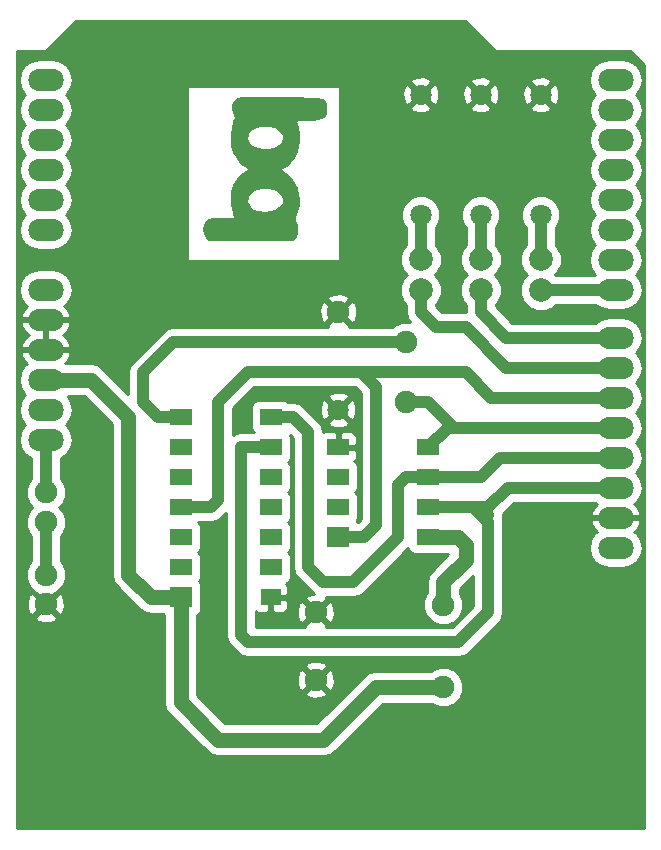
<source format=gtl>
G04 (created by PCBNEW (2013-jul-07)-stable) date Wed 18 Feb 2015 14:42:32 CET*
%MOIN*%
G04 Gerber Fmt 3.4, Leading zero omitted, Abs format*
%FSLAX34Y34*%
G01*
G70*
G90*
G04 APERTURE LIST*
%ADD10C,0.00590551*%
%ADD11C,0.0001*%
%ADD12O,0.11811X0.0748031*%
%ADD13C,0.0748031*%
%ADD14R,0.0748031X0.0708661*%
%ADD15R,0.0748031X0.0551181*%
%ADD16R,0.0669291X0.0551181*%
%ADD17C,0.0708661*%
%ADD18C,0.0787402*%
%ADD19C,0.04*%
%ADD20C,0.05*%
%ADD21C,0.01*%
G04 APERTURE END LIST*
G54D10*
G54D11*
G36*
X63036Y-24567D02*
X63268Y-24569D01*
X63555Y-24573D01*
X63849Y-24577D01*
X64206Y-24582D01*
X64502Y-24587D01*
X64743Y-24593D01*
X64934Y-24602D01*
X65082Y-24614D01*
X65192Y-24631D01*
X65269Y-24654D01*
X65320Y-24685D01*
X65351Y-24726D01*
X65366Y-24776D01*
X65372Y-24839D01*
X65374Y-24915D01*
X65375Y-24937D01*
X65374Y-25058D01*
X65363Y-25158D01*
X65348Y-25209D01*
X65291Y-25275D01*
X65206Y-25321D01*
X65081Y-25350D01*
X64908Y-25364D01*
X64752Y-25367D01*
X64604Y-25369D01*
X64485Y-25375D01*
X64407Y-25383D01*
X64384Y-25392D01*
X64393Y-25436D01*
X64416Y-25521D01*
X64429Y-25566D01*
X63307Y-25566D01*
X63132Y-25582D01*
X62974Y-25629D01*
X62847Y-25708D01*
X62816Y-25741D01*
X62759Y-25856D01*
X62756Y-25984D01*
X62803Y-26107D01*
X62893Y-26209D01*
X62973Y-26255D01*
X63092Y-26285D01*
X63248Y-26299D01*
X63415Y-26296D01*
X63567Y-26277D01*
X63671Y-26246D01*
X63784Y-26172D01*
X63871Y-26079D01*
X63914Y-25985D01*
X63917Y-25961D01*
X63902Y-25887D01*
X63866Y-25798D01*
X63865Y-25796D01*
X63778Y-25696D01*
X63646Y-25623D01*
X63484Y-25580D01*
X63307Y-25566D01*
X64429Y-25566D01*
X64434Y-25580D01*
X64475Y-25792D01*
X64482Y-26028D01*
X64457Y-26258D01*
X64413Y-26420D01*
X64317Y-26610D01*
X64186Y-26778D01*
X64036Y-26903D01*
X63989Y-26931D01*
X63873Y-26990D01*
X64022Y-27092D01*
X64186Y-27238D01*
X64319Y-27432D01*
X64403Y-27617D01*
X64410Y-27647D01*
X63222Y-27647D01*
X63053Y-27681D01*
X62915Y-27747D01*
X62815Y-27837D01*
X62759Y-27946D01*
X62753Y-28066D01*
X62806Y-28191D01*
X62836Y-28230D01*
X62957Y-28326D01*
X63115Y-28384D01*
X63294Y-28404D01*
X63477Y-28388D01*
X63646Y-28335D01*
X63784Y-28245D01*
X63814Y-28215D01*
X63894Y-28097D01*
X63911Y-27989D01*
X63867Y-27881D01*
X63847Y-27854D01*
X63745Y-27756D01*
X63612Y-27691D01*
X63431Y-27653D01*
X63415Y-27651D01*
X63222Y-27647D01*
X64410Y-27647D01*
X64449Y-27796D01*
X64467Y-28005D01*
X64459Y-28220D01*
X64424Y-28414D01*
X64390Y-28512D01*
X64349Y-28610D01*
X64337Y-28671D01*
X64350Y-28718D01*
X64367Y-28744D01*
X64406Y-28844D01*
X64419Y-28977D01*
X64408Y-29117D01*
X64373Y-29236D01*
X64348Y-29279D01*
X64279Y-29367D01*
X62851Y-29367D01*
X61423Y-29367D01*
X61336Y-29264D01*
X61269Y-29139D01*
X61245Y-28989D01*
X61263Y-28841D01*
X61325Y-28716D01*
X61331Y-28710D01*
X61366Y-28672D01*
X61402Y-28646D01*
X61452Y-28629D01*
X61528Y-28618D01*
X61644Y-28612D01*
X61812Y-28607D01*
X61845Y-28606D01*
X62279Y-28595D01*
X62226Y-28456D01*
X62193Y-28324D01*
X62174Y-28138D01*
X62170Y-28000D01*
X62171Y-27840D01*
X62180Y-27725D01*
X62200Y-27632D01*
X62236Y-27540D01*
X62254Y-27500D01*
X62373Y-27304D01*
X62520Y-27143D01*
X62664Y-27043D01*
X62730Y-27006D01*
X62741Y-26982D01*
X62704Y-26956D01*
X62700Y-26954D01*
X62578Y-26864D01*
X62451Y-26736D01*
X62336Y-26590D01*
X62251Y-26448D01*
X62230Y-26397D01*
X62188Y-26219D01*
X62168Y-26011D01*
X62169Y-25797D01*
X62192Y-25598D01*
X62237Y-25437D01*
X62243Y-25422D01*
X62284Y-25324D01*
X62297Y-25263D01*
X62283Y-25216D01*
X62266Y-25189D01*
X62235Y-25105D01*
X62219Y-24985D01*
X62221Y-24859D01*
X62241Y-24755D01*
X62251Y-24732D01*
X62304Y-24673D01*
X62385Y-24616D01*
X62393Y-24612D01*
X62425Y-24598D01*
X62466Y-24587D01*
X62523Y-24578D01*
X62602Y-24572D01*
X62709Y-24568D01*
X62852Y-24567D01*
X63036Y-24567D01*
X63036Y-24567D01*
X63036Y-24567D01*
G37*
G54D12*
X56000Y-24000D03*
X56000Y-25000D03*
X56000Y-26000D03*
X56000Y-29000D03*
X56000Y-28000D03*
X56000Y-27000D03*
X56000Y-31000D03*
X56000Y-32000D03*
X56000Y-33000D03*
X56000Y-35000D03*
X56000Y-36000D03*
X75000Y-24000D03*
X75000Y-25000D03*
X75000Y-26000D03*
X75000Y-27000D03*
X75000Y-28000D03*
X75000Y-29000D03*
X75000Y-30000D03*
X75000Y-31000D03*
X75000Y-32600D03*
X75000Y-33600D03*
X75000Y-34600D03*
X75000Y-35600D03*
X75000Y-36600D03*
X75000Y-37600D03*
X75000Y-38600D03*
X75000Y-39600D03*
X56000Y-34000D03*
G54D13*
X68000Y-34750D03*
X69250Y-41500D03*
X69250Y-44250D03*
X65000Y-44000D03*
G54D14*
X60500Y-41250D03*
G54D15*
X60500Y-40250D03*
X60500Y-39250D03*
X60500Y-38250D03*
X60500Y-37250D03*
X60500Y-36250D03*
X60500Y-35250D03*
X63500Y-35250D03*
X63500Y-36250D03*
X63500Y-37250D03*
X63500Y-38250D03*
X63500Y-39250D03*
X63500Y-40250D03*
G54D16*
X63500Y-41250D03*
G54D17*
X65750Y-35000D03*
G54D13*
X65750Y-31750D03*
X56000Y-40500D03*
X56000Y-41484D03*
X56000Y-38750D03*
X56000Y-37750D03*
G54D14*
X65750Y-39250D03*
G54D15*
X65750Y-38250D03*
X65750Y-37250D03*
X65750Y-36250D03*
X68750Y-36250D03*
X68750Y-37250D03*
X68750Y-38250D03*
X68750Y-39250D03*
G54D18*
X72500Y-31011D03*
X72500Y-29988D03*
X70500Y-31011D03*
X70500Y-29988D03*
X68500Y-31011D03*
X68500Y-29988D03*
G54D17*
X72500Y-24500D03*
X72500Y-28500D03*
X70500Y-24500D03*
X70500Y-28500D03*
X68500Y-24500D03*
X68500Y-28500D03*
G54D13*
X65000Y-41750D03*
X68000Y-32750D03*
G54D19*
X75000Y-32600D02*
X71350Y-32600D01*
X70500Y-31750D02*
X70500Y-31011D01*
X71350Y-32600D02*
X70500Y-31750D01*
X68750Y-38250D02*
X70250Y-38250D01*
X70250Y-38250D02*
X70500Y-38500D01*
X70500Y-38500D02*
X70750Y-38500D01*
X70750Y-38500D02*
X70500Y-38500D01*
X63500Y-36250D02*
X62500Y-36250D01*
X62500Y-36250D02*
X62500Y-42500D01*
X62500Y-42500D02*
X62750Y-42750D01*
X62750Y-42750D02*
X69750Y-42750D01*
X69750Y-42750D02*
X70750Y-41750D01*
X70750Y-41750D02*
X70750Y-38750D01*
X70750Y-38750D02*
X70500Y-38500D01*
X70500Y-38500D02*
X70500Y-38500D01*
X75000Y-37600D02*
X71400Y-37600D01*
X70750Y-38250D02*
X68750Y-38250D01*
X71400Y-37600D02*
X70750Y-38250D01*
X68000Y-32750D02*
X60250Y-32750D01*
X59750Y-35250D02*
X60500Y-35250D01*
X59250Y-34750D02*
X59750Y-35250D01*
X59250Y-33750D02*
X59250Y-34750D01*
X60250Y-32750D02*
X59250Y-33750D01*
X68000Y-34750D02*
X68750Y-34750D01*
X68750Y-34750D02*
X69600Y-35600D01*
X75000Y-35600D02*
X69600Y-35600D01*
X69600Y-35600D02*
X69400Y-35600D01*
X69400Y-35600D02*
X68750Y-36250D01*
X65750Y-39250D02*
X66599Y-39250D01*
X67000Y-34250D02*
X66500Y-33750D01*
X67000Y-38849D02*
X67000Y-34250D01*
X66599Y-39250D02*
X67000Y-38849D01*
X75000Y-34600D02*
X70850Y-34600D01*
X70000Y-33750D02*
X67250Y-33750D01*
X70850Y-34600D02*
X70000Y-33750D01*
X60500Y-38250D02*
X61500Y-38250D01*
X62750Y-33750D02*
X66500Y-33750D01*
X66500Y-33750D02*
X67250Y-33750D01*
X61750Y-34750D02*
X62750Y-33750D01*
X61750Y-38000D02*
X61750Y-34750D01*
X61500Y-38250D02*
X61750Y-38000D01*
X75000Y-31000D02*
X72511Y-31000D01*
X72511Y-31000D02*
X72500Y-31011D01*
X63500Y-35250D02*
X64250Y-35250D01*
X68000Y-37250D02*
X68750Y-37250D01*
X67750Y-37500D02*
X68000Y-37250D01*
X67750Y-39250D02*
X67750Y-37500D01*
X66250Y-40750D02*
X67750Y-39250D01*
X65250Y-40750D02*
X66250Y-40750D01*
X64750Y-40250D02*
X65250Y-40750D01*
X64750Y-35750D02*
X64750Y-40250D01*
X64250Y-35250D02*
X64750Y-35750D01*
X75000Y-36600D02*
X71150Y-36600D01*
X70500Y-37250D02*
X68750Y-37250D01*
X71150Y-36600D02*
X70500Y-37250D01*
X72500Y-29988D02*
X72500Y-28500D01*
X70500Y-29988D02*
X70500Y-28500D01*
X68500Y-29988D02*
X68500Y-28500D01*
X56000Y-38750D02*
X56000Y-40500D01*
X56000Y-36000D02*
X56000Y-37750D01*
X68500Y-31011D02*
X68500Y-31750D01*
X71350Y-33600D02*
X75000Y-33600D01*
X70000Y-32250D02*
X71350Y-33600D01*
X69000Y-32250D02*
X70000Y-32250D01*
X68500Y-31750D02*
X69000Y-32250D01*
G54D20*
X69250Y-44250D02*
X67000Y-44250D01*
X60500Y-44750D02*
X60500Y-41250D01*
X61750Y-46000D02*
X60500Y-44750D01*
X65250Y-46000D02*
X61750Y-46000D01*
X67000Y-44250D02*
X65250Y-46000D01*
X68750Y-39250D02*
X69250Y-39250D01*
X69250Y-40750D02*
X69250Y-41500D01*
X70000Y-40000D02*
X69250Y-40750D01*
X70000Y-39500D02*
X70000Y-40000D01*
X69750Y-39250D02*
X70000Y-39500D01*
X69250Y-39250D02*
X69750Y-39250D01*
X56000Y-34000D02*
X57500Y-34000D01*
X59500Y-41250D02*
X60500Y-41250D01*
X58750Y-40500D02*
X59500Y-41250D01*
X58750Y-35250D02*
X58750Y-40500D01*
X57500Y-34000D02*
X58750Y-35250D01*
G54D10*
G36*
X66500Y-38642D02*
X66392Y-38750D01*
X66388Y-38750D01*
X66378Y-38725D01*
X66363Y-38710D01*
X66378Y-38695D01*
X66423Y-38585D01*
X66424Y-38466D01*
X66424Y-37914D01*
X66378Y-37804D01*
X66323Y-37749D01*
X66378Y-37695D01*
X66423Y-37585D01*
X66424Y-37466D01*
X66424Y-36914D01*
X66378Y-36804D01*
X66294Y-36720D01*
X66286Y-36716D01*
X66336Y-36667D01*
X66374Y-36575D01*
X66374Y-35924D01*
X66358Y-35888D01*
X66358Y-35094D01*
X66348Y-34854D01*
X66276Y-34679D01*
X66175Y-34645D01*
X66104Y-34716D01*
X66104Y-34574D01*
X66070Y-34473D01*
X65844Y-34391D01*
X65800Y-34393D01*
X65604Y-34401D01*
X65429Y-34473D01*
X65395Y-34574D01*
X65750Y-34929D01*
X65800Y-34879D01*
X66104Y-34574D01*
X66104Y-34716D01*
X65820Y-35000D01*
X66175Y-35354D01*
X66276Y-35320D01*
X66358Y-35094D01*
X66358Y-35888D01*
X66336Y-35832D01*
X66265Y-35762D01*
X66173Y-35724D01*
X66104Y-35724D01*
X66104Y-35425D01*
X65800Y-35120D01*
X65750Y-35070D01*
X65679Y-35141D01*
X65679Y-35000D01*
X65324Y-34645D01*
X65223Y-34679D01*
X65141Y-34905D01*
X65151Y-35145D01*
X65223Y-35320D01*
X65324Y-35354D01*
X65679Y-35000D01*
X65679Y-35141D01*
X65395Y-35425D01*
X65429Y-35526D01*
X65655Y-35608D01*
X65800Y-35602D01*
X65895Y-35598D01*
X66070Y-35526D01*
X66104Y-35425D01*
X66104Y-35724D01*
X66074Y-35724D01*
X65862Y-35724D01*
X65800Y-35786D01*
X65800Y-36200D01*
X66311Y-36200D01*
X66374Y-36137D01*
X66374Y-35924D01*
X66374Y-36575D01*
X66374Y-36362D01*
X66311Y-36300D01*
X65800Y-36300D01*
X65800Y-36307D01*
X65700Y-36307D01*
X65700Y-36300D01*
X65692Y-36300D01*
X65692Y-36200D01*
X65700Y-36200D01*
X65700Y-35786D01*
X65637Y-35724D01*
X65425Y-35724D01*
X65326Y-35724D01*
X65250Y-35756D01*
X65250Y-35750D01*
X65211Y-35558D01*
X65103Y-35396D01*
X65103Y-35396D01*
X64603Y-34896D01*
X64441Y-34788D01*
X64250Y-34749D01*
X64249Y-34750D01*
X64073Y-34750D01*
X64044Y-34720D01*
X63933Y-34674D01*
X63814Y-34674D01*
X63066Y-34674D01*
X62956Y-34719D01*
X62871Y-34804D01*
X62826Y-34914D01*
X62825Y-35033D01*
X62825Y-35585D01*
X62871Y-35695D01*
X62926Y-35750D01*
X62500Y-35750D01*
X62308Y-35788D01*
X62250Y-35827D01*
X62250Y-34957D01*
X62957Y-34250D01*
X65800Y-34250D01*
X66292Y-34250D01*
X66500Y-34457D01*
X66500Y-38642D01*
X66500Y-38642D01*
G37*
G54D21*
X66500Y-38642D02*
X66392Y-38750D01*
X66388Y-38750D01*
X66378Y-38725D01*
X66363Y-38710D01*
X66378Y-38695D01*
X66423Y-38585D01*
X66424Y-38466D01*
X66424Y-37914D01*
X66378Y-37804D01*
X66323Y-37749D01*
X66378Y-37695D01*
X66423Y-37585D01*
X66424Y-37466D01*
X66424Y-36914D01*
X66378Y-36804D01*
X66294Y-36720D01*
X66286Y-36716D01*
X66336Y-36667D01*
X66374Y-36575D01*
X66374Y-35924D01*
X66358Y-35888D01*
X66358Y-35094D01*
X66348Y-34854D01*
X66276Y-34679D01*
X66175Y-34645D01*
X66104Y-34716D01*
X66104Y-34574D01*
X66070Y-34473D01*
X65844Y-34391D01*
X65800Y-34393D01*
X65604Y-34401D01*
X65429Y-34473D01*
X65395Y-34574D01*
X65750Y-34929D01*
X65800Y-34879D01*
X66104Y-34574D01*
X66104Y-34716D01*
X65820Y-35000D01*
X66175Y-35354D01*
X66276Y-35320D01*
X66358Y-35094D01*
X66358Y-35888D01*
X66336Y-35832D01*
X66265Y-35762D01*
X66173Y-35724D01*
X66104Y-35724D01*
X66104Y-35425D01*
X65800Y-35120D01*
X65750Y-35070D01*
X65679Y-35141D01*
X65679Y-35000D01*
X65324Y-34645D01*
X65223Y-34679D01*
X65141Y-34905D01*
X65151Y-35145D01*
X65223Y-35320D01*
X65324Y-35354D01*
X65679Y-35000D01*
X65679Y-35141D01*
X65395Y-35425D01*
X65429Y-35526D01*
X65655Y-35608D01*
X65800Y-35602D01*
X65895Y-35598D01*
X66070Y-35526D01*
X66104Y-35425D01*
X66104Y-35724D01*
X66074Y-35724D01*
X65862Y-35724D01*
X65800Y-35786D01*
X65800Y-36200D01*
X66311Y-36200D01*
X66374Y-36137D01*
X66374Y-35924D01*
X66374Y-36575D01*
X66374Y-36362D01*
X66311Y-36300D01*
X65800Y-36300D01*
X65800Y-36307D01*
X65700Y-36307D01*
X65700Y-36300D01*
X65692Y-36300D01*
X65692Y-36200D01*
X65700Y-36200D01*
X65700Y-35786D01*
X65637Y-35724D01*
X65425Y-35724D01*
X65326Y-35724D01*
X65250Y-35756D01*
X65250Y-35750D01*
X65211Y-35558D01*
X65103Y-35396D01*
X65103Y-35396D01*
X64603Y-34896D01*
X64441Y-34788D01*
X64250Y-34749D01*
X64249Y-34750D01*
X64073Y-34750D01*
X64044Y-34720D01*
X63933Y-34674D01*
X63814Y-34674D01*
X63066Y-34674D01*
X62956Y-34719D01*
X62871Y-34804D01*
X62826Y-34914D01*
X62825Y-35033D01*
X62825Y-35585D01*
X62871Y-35695D01*
X62926Y-35750D01*
X62500Y-35750D01*
X62308Y-35788D01*
X62250Y-35827D01*
X62250Y-34957D01*
X62957Y-34250D01*
X65800Y-34250D01*
X66292Y-34250D01*
X66500Y-34457D01*
X66500Y-38642D01*
G54D10*
G36*
X70250Y-41542D02*
X69542Y-42250D01*
X65800Y-42250D01*
X65628Y-42250D01*
X65628Y-41849D01*
X65618Y-41601D01*
X65542Y-41417D01*
X65439Y-41381D01*
X65070Y-41750D01*
X65439Y-42118D01*
X65542Y-42082D01*
X65628Y-41849D01*
X65628Y-42250D01*
X65347Y-42250D01*
X65368Y-42189D01*
X65000Y-41820D01*
X64929Y-41891D01*
X64929Y-41750D01*
X64560Y-41381D01*
X64457Y-41417D01*
X64371Y-41650D01*
X64381Y-41898D01*
X64457Y-42082D01*
X64560Y-42118D01*
X64929Y-41750D01*
X64929Y-41891D01*
X64631Y-42189D01*
X64652Y-42250D01*
X64084Y-42250D01*
X64084Y-41575D01*
X64084Y-41362D01*
X64022Y-41300D01*
X63550Y-41300D01*
X63550Y-41713D01*
X63612Y-41775D01*
X63785Y-41775D01*
X63884Y-41775D01*
X63976Y-41737D01*
X64046Y-41667D01*
X64084Y-41575D01*
X64084Y-42250D01*
X63000Y-42250D01*
X63000Y-41713D01*
X63023Y-41737D01*
X63115Y-41775D01*
X63214Y-41775D01*
X63387Y-41775D01*
X63450Y-41713D01*
X63450Y-41300D01*
X63442Y-41300D01*
X63442Y-41200D01*
X63450Y-41200D01*
X63450Y-41192D01*
X63550Y-41192D01*
X63550Y-41200D01*
X64022Y-41200D01*
X64084Y-41137D01*
X64084Y-40924D01*
X64046Y-40832D01*
X64008Y-40794D01*
X64043Y-40780D01*
X64128Y-40695D01*
X64173Y-40585D01*
X64174Y-40466D01*
X64174Y-39914D01*
X64128Y-39804D01*
X64073Y-39749D01*
X64128Y-39695D01*
X64173Y-39585D01*
X64174Y-39466D01*
X64174Y-38914D01*
X64128Y-38804D01*
X64073Y-38749D01*
X64128Y-38695D01*
X64173Y-38585D01*
X64174Y-38466D01*
X64174Y-37914D01*
X64128Y-37804D01*
X64073Y-37749D01*
X64128Y-37695D01*
X64173Y-37585D01*
X64174Y-37466D01*
X64174Y-36914D01*
X64128Y-36804D01*
X64073Y-36749D01*
X64128Y-36695D01*
X64173Y-36585D01*
X64174Y-36466D01*
X64174Y-35914D01*
X64150Y-35857D01*
X64250Y-35957D01*
X64250Y-40249D01*
X64249Y-40250D01*
X64288Y-40441D01*
X64396Y-40603D01*
X64896Y-41103D01*
X64896Y-41103D01*
X64933Y-41128D01*
X64851Y-41131D01*
X64667Y-41207D01*
X64631Y-41310D01*
X65000Y-41679D01*
X65368Y-41310D01*
X65347Y-41250D01*
X65800Y-41250D01*
X66249Y-41250D01*
X66250Y-41250D01*
X66250Y-41250D01*
X66441Y-41211D01*
X66603Y-41103D01*
X68089Y-39617D01*
X68121Y-39695D01*
X68205Y-39779D01*
X68316Y-39825D01*
X68435Y-39825D01*
X69183Y-39825D01*
X69245Y-39800D01*
X69250Y-39800D01*
X69422Y-39800D01*
X68861Y-40361D01*
X68741Y-40539D01*
X68700Y-40750D01*
X68700Y-41096D01*
X68678Y-41117D01*
X68576Y-41365D01*
X68575Y-41633D01*
X68678Y-41881D01*
X68867Y-42071D01*
X69115Y-42173D01*
X69383Y-42174D01*
X69631Y-42071D01*
X69821Y-41882D01*
X69923Y-41634D01*
X69924Y-41366D01*
X69821Y-41118D01*
X69800Y-41096D01*
X69800Y-40977D01*
X70250Y-40527D01*
X70250Y-41542D01*
X70250Y-41542D01*
G37*
G54D21*
X70250Y-41542D02*
X69542Y-42250D01*
X65800Y-42250D01*
X65628Y-42250D01*
X65628Y-41849D01*
X65618Y-41601D01*
X65542Y-41417D01*
X65439Y-41381D01*
X65070Y-41750D01*
X65439Y-42118D01*
X65542Y-42082D01*
X65628Y-41849D01*
X65628Y-42250D01*
X65347Y-42250D01*
X65368Y-42189D01*
X65000Y-41820D01*
X64929Y-41891D01*
X64929Y-41750D01*
X64560Y-41381D01*
X64457Y-41417D01*
X64371Y-41650D01*
X64381Y-41898D01*
X64457Y-42082D01*
X64560Y-42118D01*
X64929Y-41750D01*
X64929Y-41891D01*
X64631Y-42189D01*
X64652Y-42250D01*
X64084Y-42250D01*
X64084Y-41575D01*
X64084Y-41362D01*
X64022Y-41300D01*
X63550Y-41300D01*
X63550Y-41713D01*
X63612Y-41775D01*
X63785Y-41775D01*
X63884Y-41775D01*
X63976Y-41737D01*
X64046Y-41667D01*
X64084Y-41575D01*
X64084Y-42250D01*
X63000Y-42250D01*
X63000Y-41713D01*
X63023Y-41737D01*
X63115Y-41775D01*
X63214Y-41775D01*
X63387Y-41775D01*
X63450Y-41713D01*
X63450Y-41300D01*
X63442Y-41300D01*
X63442Y-41200D01*
X63450Y-41200D01*
X63450Y-41192D01*
X63550Y-41192D01*
X63550Y-41200D01*
X64022Y-41200D01*
X64084Y-41137D01*
X64084Y-40924D01*
X64046Y-40832D01*
X64008Y-40794D01*
X64043Y-40780D01*
X64128Y-40695D01*
X64173Y-40585D01*
X64174Y-40466D01*
X64174Y-39914D01*
X64128Y-39804D01*
X64073Y-39749D01*
X64128Y-39695D01*
X64173Y-39585D01*
X64174Y-39466D01*
X64174Y-38914D01*
X64128Y-38804D01*
X64073Y-38749D01*
X64128Y-38695D01*
X64173Y-38585D01*
X64174Y-38466D01*
X64174Y-37914D01*
X64128Y-37804D01*
X64073Y-37749D01*
X64128Y-37695D01*
X64173Y-37585D01*
X64174Y-37466D01*
X64174Y-36914D01*
X64128Y-36804D01*
X64073Y-36749D01*
X64128Y-36695D01*
X64173Y-36585D01*
X64174Y-36466D01*
X64174Y-35914D01*
X64150Y-35857D01*
X64250Y-35957D01*
X64250Y-40249D01*
X64249Y-40250D01*
X64288Y-40441D01*
X64396Y-40603D01*
X64896Y-41103D01*
X64896Y-41103D01*
X64933Y-41128D01*
X64851Y-41131D01*
X64667Y-41207D01*
X64631Y-41310D01*
X65000Y-41679D01*
X65368Y-41310D01*
X65347Y-41250D01*
X65800Y-41250D01*
X66249Y-41250D01*
X66250Y-41250D01*
X66250Y-41250D01*
X66441Y-41211D01*
X66603Y-41103D01*
X68089Y-39617D01*
X68121Y-39695D01*
X68205Y-39779D01*
X68316Y-39825D01*
X68435Y-39825D01*
X69183Y-39825D01*
X69245Y-39800D01*
X69250Y-39800D01*
X69422Y-39800D01*
X68861Y-40361D01*
X68741Y-40539D01*
X68700Y-40750D01*
X68700Y-41096D01*
X68678Y-41117D01*
X68576Y-41365D01*
X68575Y-41633D01*
X68678Y-41881D01*
X68867Y-42071D01*
X69115Y-42173D01*
X69383Y-42174D01*
X69631Y-42071D01*
X69821Y-41882D01*
X69923Y-41634D01*
X69924Y-41366D01*
X69821Y-41118D01*
X69800Y-41096D01*
X69800Y-40977D01*
X70250Y-40527D01*
X70250Y-41542D01*
G54D10*
G36*
X75950Y-48950D02*
X75907Y-48950D01*
X75907Y-39600D01*
X75907Y-37600D01*
X75856Y-37342D01*
X75710Y-37123D01*
X75675Y-37100D01*
X75710Y-37076D01*
X75856Y-36857D01*
X75907Y-36600D01*
X75856Y-36342D01*
X75710Y-36123D01*
X75675Y-36100D01*
X75710Y-36076D01*
X75856Y-35857D01*
X75907Y-35600D01*
X75856Y-35342D01*
X75710Y-35123D01*
X75675Y-35100D01*
X75710Y-35076D01*
X75856Y-34857D01*
X75907Y-34600D01*
X75856Y-34342D01*
X75710Y-34123D01*
X75675Y-34100D01*
X75710Y-34076D01*
X75856Y-33857D01*
X75907Y-33600D01*
X75856Y-33342D01*
X75710Y-33123D01*
X75675Y-33100D01*
X75710Y-33076D01*
X75856Y-32857D01*
X75907Y-32600D01*
X75907Y-31000D01*
X75856Y-30742D01*
X75710Y-30523D01*
X75675Y-30500D01*
X75710Y-30476D01*
X75856Y-30257D01*
X75907Y-30000D01*
X75856Y-29742D01*
X75710Y-29523D01*
X75675Y-29500D01*
X75710Y-29476D01*
X75856Y-29257D01*
X75907Y-29000D01*
X75856Y-28742D01*
X75710Y-28523D01*
X75675Y-28500D01*
X75710Y-28476D01*
X75856Y-28257D01*
X75907Y-28000D01*
X75856Y-27742D01*
X75710Y-27523D01*
X75675Y-27500D01*
X75710Y-27476D01*
X75856Y-27257D01*
X75907Y-27000D01*
X75856Y-26742D01*
X75710Y-26523D01*
X75675Y-26500D01*
X75710Y-26476D01*
X75856Y-26257D01*
X75907Y-26000D01*
X75856Y-25742D01*
X75710Y-25523D01*
X75675Y-25500D01*
X75710Y-25476D01*
X75856Y-25257D01*
X75907Y-25000D01*
X75856Y-24742D01*
X75710Y-24523D01*
X75675Y-24500D01*
X75710Y-24476D01*
X75856Y-24257D01*
X75907Y-24000D01*
X75856Y-23742D01*
X75710Y-23523D01*
X75491Y-23377D01*
X75233Y-23325D01*
X74766Y-23325D01*
X74508Y-23377D01*
X74289Y-23523D01*
X74143Y-23742D01*
X74092Y-24000D01*
X74143Y-24257D01*
X74289Y-24476D01*
X74324Y-24500D01*
X74289Y-24523D01*
X74143Y-24742D01*
X74092Y-25000D01*
X74143Y-25257D01*
X74289Y-25476D01*
X74324Y-25500D01*
X74289Y-25523D01*
X74143Y-25742D01*
X74092Y-26000D01*
X74143Y-26257D01*
X74289Y-26476D01*
X74324Y-26500D01*
X74289Y-26523D01*
X74143Y-26742D01*
X74092Y-27000D01*
X74143Y-27257D01*
X74289Y-27476D01*
X74324Y-27500D01*
X74289Y-27523D01*
X74143Y-27742D01*
X74092Y-28000D01*
X74143Y-28257D01*
X74289Y-28476D01*
X74324Y-28500D01*
X74289Y-28523D01*
X74143Y-28742D01*
X74092Y-29000D01*
X74143Y-29257D01*
X74289Y-29476D01*
X74324Y-29500D01*
X74289Y-29523D01*
X74143Y-29742D01*
X74092Y-30000D01*
X74143Y-30257D01*
X74289Y-30476D01*
X74324Y-30500D01*
X72969Y-30500D01*
X72969Y-30499D01*
X73087Y-30381D01*
X73193Y-30126D01*
X73193Y-29850D01*
X73088Y-29595D01*
X73000Y-29507D01*
X73000Y-28925D01*
X73054Y-28871D01*
X73154Y-28630D01*
X73154Y-28370D01*
X73108Y-28260D01*
X73108Y-24594D01*
X73098Y-24354D01*
X73026Y-24179D01*
X72925Y-24145D01*
X72854Y-24216D01*
X72854Y-24074D01*
X72820Y-23973D01*
X72594Y-23891D01*
X72354Y-23901D01*
X72179Y-23973D01*
X72145Y-24074D01*
X72500Y-24429D01*
X72854Y-24074D01*
X72854Y-24216D01*
X72570Y-24500D01*
X72925Y-24854D01*
X73026Y-24820D01*
X73108Y-24594D01*
X73108Y-28260D01*
X73055Y-28129D01*
X72871Y-27945D01*
X72854Y-27938D01*
X72854Y-24925D01*
X72500Y-24570D01*
X72429Y-24641D01*
X72429Y-24500D01*
X72074Y-24145D01*
X71973Y-24179D01*
X71891Y-24405D01*
X71901Y-24645D01*
X71973Y-24820D01*
X72074Y-24854D01*
X72429Y-24500D01*
X72429Y-24641D01*
X72145Y-24925D01*
X72179Y-25026D01*
X72405Y-25108D01*
X72645Y-25098D01*
X72820Y-25026D01*
X72854Y-24925D01*
X72854Y-27938D01*
X72630Y-27845D01*
X72370Y-27845D01*
X72129Y-27944D01*
X71945Y-28128D01*
X71845Y-28369D01*
X71845Y-28629D01*
X71944Y-28870D01*
X72000Y-28925D01*
X72000Y-29507D01*
X71912Y-29594D01*
X71806Y-29849D01*
X71806Y-30125D01*
X71911Y-30380D01*
X72030Y-30500D01*
X71912Y-30618D01*
X71806Y-30873D01*
X71806Y-31149D01*
X71911Y-31404D01*
X72106Y-31599D01*
X72361Y-31705D01*
X72637Y-31705D01*
X72892Y-31600D01*
X72992Y-31500D01*
X74324Y-31500D01*
X74508Y-31622D01*
X74766Y-31674D01*
X75233Y-31674D01*
X75491Y-31622D01*
X75710Y-31476D01*
X75856Y-31257D01*
X75907Y-31000D01*
X75907Y-32600D01*
X75856Y-32342D01*
X75710Y-32123D01*
X75491Y-31977D01*
X75233Y-31925D01*
X74766Y-31925D01*
X74508Y-31977D01*
X74324Y-32100D01*
X71557Y-32100D01*
X71000Y-31542D01*
X71000Y-31492D01*
X71087Y-31405D01*
X71193Y-31150D01*
X71193Y-30874D01*
X71088Y-30619D01*
X70969Y-30499D01*
X71087Y-30381D01*
X71193Y-30126D01*
X71193Y-29850D01*
X71088Y-29595D01*
X71000Y-29507D01*
X71000Y-28925D01*
X71054Y-28871D01*
X71154Y-28630D01*
X71154Y-28370D01*
X71108Y-28260D01*
X71108Y-24594D01*
X71098Y-24354D01*
X71026Y-24179D01*
X70925Y-24145D01*
X70854Y-24216D01*
X70854Y-24074D01*
X70820Y-23973D01*
X70594Y-23891D01*
X70354Y-23901D01*
X70179Y-23973D01*
X70145Y-24074D01*
X70500Y-24429D01*
X70854Y-24074D01*
X70854Y-24216D01*
X70570Y-24500D01*
X70925Y-24854D01*
X71026Y-24820D01*
X71108Y-24594D01*
X71108Y-28260D01*
X71055Y-28129D01*
X70871Y-27945D01*
X70854Y-27938D01*
X70854Y-24925D01*
X70500Y-24570D01*
X70429Y-24641D01*
X70429Y-24500D01*
X70074Y-24145D01*
X69973Y-24179D01*
X69891Y-24405D01*
X69901Y-24645D01*
X69973Y-24820D01*
X70074Y-24854D01*
X70429Y-24500D01*
X70429Y-24641D01*
X70145Y-24925D01*
X70179Y-25026D01*
X70405Y-25108D01*
X70645Y-25098D01*
X70820Y-25026D01*
X70854Y-24925D01*
X70854Y-27938D01*
X70630Y-27845D01*
X70370Y-27845D01*
X70129Y-27944D01*
X69945Y-28128D01*
X69845Y-28369D01*
X69845Y-28629D01*
X69944Y-28870D01*
X70000Y-28925D01*
X70000Y-29507D01*
X69912Y-29594D01*
X69806Y-29849D01*
X69806Y-30125D01*
X69911Y-30380D01*
X70030Y-30500D01*
X69912Y-30618D01*
X69806Y-30873D01*
X69806Y-31149D01*
X69911Y-31404D01*
X70000Y-31492D01*
X70000Y-31749D01*
X69999Y-31749D01*
X69999Y-31750D01*
X69207Y-31750D01*
X69000Y-31542D01*
X69000Y-31492D01*
X69087Y-31405D01*
X69193Y-31150D01*
X69193Y-30874D01*
X69088Y-30619D01*
X68969Y-30499D01*
X69087Y-30381D01*
X69193Y-30126D01*
X69193Y-29850D01*
X69088Y-29595D01*
X69000Y-29507D01*
X69000Y-28925D01*
X69054Y-28871D01*
X69154Y-28630D01*
X69154Y-28370D01*
X69108Y-28260D01*
X69108Y-24594D01*
X69098Y-24354D01*
X69026Y-24179D01*
X68925Y-24145D01*
X68854Y-24216D01*
X68854Y-24074D01*
X68820Y-23973D01*
X68594Y-23891D01*
X68354Y-23901D01*
X68179Y-23973D01*
X68145Y-24074D01*
X68500Y-24429D01*
X68854Y-24074D01*
X68854Y-24216D01*
X68570Y-24500D01*
X68925Y-24854D01*
X69026Y-24820D01*
X69108Y-24594D01*
X69108Y-28260D01*
X69055Y-28129D01*
X68871Y-27945D01*
X68854Y-27938D01*
X68854Y-24925D01*
X68500Y-24570D01*
X68429Y-24641D01*
X68429Y-24500D01*
X68074Y-24145D01*
X67973Y-24179D01*
X67891Y-24405D01*
X67901Y-24645D01*
X67973Y-24820D01*
X68074Y-24854D01*
X68429Y-24500D01*
X68429Y-24641D01*
X68145Y-24925D01*
X68179Y-25026D01*
X68405Y-25108D01*
X68645Y-25098D01*
X68820Y-25026D01*
X68854Y-24925D01*
X68854Y-27938D01*
X68630Y-27845D01*
X68370Y-27845D01*
X68129Y-27944D01*
X67945Y-28128D01*
X67845Y-28369D01*
X67845Y-28629D01*
X67944Y-28870D01*
X68000Y-28925D01*
X68000Y-29507D01*
X67912Y-29594D01*
X67806Y-29849D01*
X67806Y-30125D01*
X67911Y-30380D01*
X68030Y-30500D01*
X67912Y-30618D01*
X67806Y-30873D01*
X67806Y-31149D01*
X67911Y-31404D01*
X68000Y-31492D01*
X68000Y-31749D01*
X67999Y-31750D01*
X68038Y-31941D01*
X68128Y-32076D01*
X67866Y-32075D01*
X67618Y-32178D01*
X67546Y-32250D01*
X66378Y-32250D01*
X66378Y-31849D01*
X66368Y-31601D01*
X66292Y-31417D01*
X66189Y-31381D01*
X66118Y-31451D01*
X66118Y-31310D01*
X66082Y-31207D01*
X65849Y-31121D01*
X65800Y-31123D01*
X65800Y-30050D01*
X65800Y-24200D01*
X60700Y-24200D01*
X60700Y-30050D01*
X65800Y-30050D01*
X65800Y-31123D01*
X65601Y-31131D01*
X65417Y-31207D01*
X65381Y-31310D01*
X65750Y-31679D01*
X65800Y-31629D01*
X66118Y-31310D01*
X66118Y-31451D01*
X65820Y-31750D01*
X66189Y-32118D01*
X66292Y-32082D01*
X66378Y-31849D01*
X66378Y-32250D01*
X66097Y-32250D01*
X66118Y-32189D01*
X65800Y-31870D01*
X65750Y-31820D01*
X65679Y-31891D01*
X65679Y-31750D01*
X65310Y-31381D01*
X65207Y-31417D01*
X65121Y-31650D01*
X65131Y-31898D01*
X65207Y-32082D01*
X65310Y-32118D01*
X65679Y-31750D01*
X65679Y-31891D01*
X65381Y-32189D01*
X65402Y-32250D01*
X60250Y-32250D01*
X60058Y-32288D01*
X59896Y-32396D01*
X59896Y-32396D01*
X58896Y-33396D01*
X58788Y-33558D01*
X58749Y-33750D01*
X58750Y-33750D01*
X58750Y-34472D01*
X57888Y-33611D01*
X57710Y-33491D01*
X57500Y-33450D01*
X56907Y-33450D01*
X56907Y-31000D01*
X56907Y-29000D01*
X56856Y-28742D01*
X56710Y-28523D01*
X56675Y-28500D01*
X56710Y-28476D01*
X56856Y-28257D01*
X56907Y-28000D01*
X56856Y-27742D01*
X56710Y-27523D01*
X56675Y-27500D01*
X56710Y-27476D01*
X56856Y-27257D01*
X56907Y-27000D01*
X56856Y-26742D01*
X56710Y-26523D01*
X56675Y-26500D01*
X56710Y-26476D01*
X56856Y-26257D01*
X56907Y-26000D01*
X56856Y-25742D01*
X56710Y-25523D01*
X56675Y-25500D01*
X56710Y-25476D01*
X56856Y-25257D01*
X56907Y-25000D01*
X56856Y-24742D01*
X56710Y-24523D01*
X56675Y-24500D01*
X56710Y-24476D01*
X56856Y-24257D01*
X56907Y-24000D01*
X56856Y-23742D01*
X56710Y-23523D01*
X56491Y-23377D01*
X56233Y-23325D01*
X55766Y-23325D01*
X55508Y-23377D01*
X55289Y-23523D01*
X55143Y-23742D01*
X55092Y-24000D01*
X55143Y-24257D01*
X55289Y-24476D01*
X55324Y-24500D01*
X55289Y-24523D01*
X55143Y-24742D01*
X55092Y-25000D01*
X55143Y-25257D01*
X55289Y-25476D01*
X55324Y-25500D01*
X55289Y-25523D01*
X55143Y-25742D01*
X55092Y-26000D01*
X55143Y-26257D01*
X55289Y-26476D01*
X55324Y-26500D01*
X55289Y-26523D01*
X55143Y-26742D01*
X55092Y-27000D01*
X55143Y-27257D01*
X55289Y-27476D01*
X55324Y-27500D01*
X55289Y-27523D01*
X55143Y-27742D01*
X55092Y-28000D01*
X55143Y-28257D01*
X55289Y-28476D01*
X55324Y-28500D01*
X55289Y-28523D01*
X55143Y-28742D01*
X55092Y-29000D01*
X55143Y-29257D01*
X55289Y-29476D01*
X55508Y-29622D01*
X55766Y-29674D01*
X56233Y-29674D01*
X56491Y-29622D01*
X56710Y-29476D01*
X56856Y-29257D01*
X56907Y-29000D01*
X56907Y-31000D01*
X56856Y-30742D01*
X56710Y-30523D01*
X56491Y-30377D01*
X56233Y-30325D01*
X55766Y-30325D01*
X55508Y-30377D01*
X55289Y-30523D01*
X55143Y-30742D01*
X55092Y-31000D01*
X55143Y-31257D01*
X55289Y-31476D01*
X55379Y-31536D01*
X55306Y-31594D01*
X55187Y-31807D01*
X55176Y-31853D01*
X55224Y-31950D01*
X55950Y-31950D01*
X55950Y-31942D01*
X56050Y-31942D01*
X56050Y-31950D01*
X56775Y-31950D01*
X56823Y-31853D01*
X56812Y-31807D01*
X56693Y-31594D01*
X56620Y-31536D01*
X56710Y-31476D01*
X56856Y-31257D01*
X56907Y-31000D01*
X56907Y-33450D01*
X56637Y-33450D01*
X56693Y-33405D01*
X56812Y-33192D01*
X56823Y-33146D01*
X56823Y-32853D01*
X56812Y-32807D01*
X56693Y-32594D01*
X56574Y-32500D01*
X56693Y-32405D01*
X56812Y-32192D01*
X56823Y-32146D01*
X56775Y-32050D01*
X56050Y-32050D01*
X56050Y-32375D01*
X56050Y-32624D01*
X56050Y-32950D01*
X56775Y-32950D01*
X56823Y-32853D01*
X56823Y-33146D01*
X56775Y-33050D01*
X56050Y-33050D01*
X56050Y-33057D01*
X55950Y-33057D01*
X55950Y-33050D01*
X55950Y-32950D01*
X55950Y-32624D01*
X55950Y-32375D01*
X55950Y-32050D01*
X55224Y-32050D01*
X55176Y-32146D01*
X55187Y-32192D01*
X55306Y-32405D01*
X55425Y-32500D01*
X55306Y-32594D01*
X55187Y-32807D01*
X55176Y-32853D01*
X55224Y-32950D01*
X55950Y-32950D01*
X55950Y-33050D01*
X55224Y-33050D01*
X55176Y-33146D01*
X55187Y-33192D01*
X55306Y-33405D01*
X55379Y-33463D01*
X55289Y-33523D01*
X55143Y-33742D01*
X55092Y-34000D01*
X55143Y-34257D01*
X55289Y-34476D01*
X55324Y-34500D01*
X55289Y-34523D01*
X55143Y-34742D01*
X55092Y-35000D01*
X55143Y-35257D01*
X55289Y-35476D01*
X55324Y-35500D01*
X55289Y-35523D01*
X55143Y-35742D01*
X55092Y-36000D01*
X55143Y-36257D01*
X55289Y-36476D01*
X55500Y-36617D01*
X55500Y-37296D01*
X55428Y-37367D01*
X55326Y-37615D01*
X55325Y-37883D01*
X55428Y-38131D01*
X55546Y-38250D01*
X55428Y-38367D01*
X55326Y-38615D01*
X55325Y-38883D01*
X55428Y-39131D01*
X55500Y-39203D01*
X55500Y-40046D01*
X55428Y-40117D01*
X55326Y-40365D01*
X55325Y-40633D01*
X55428Y-40881D01*
X55617Y-41071D01*
X55685Y-41099D01*
X56000Y-41413D01*
X56313Y-41099D01*
X56381Y-41071D01*
X56571Y-40882D01*
X56673Y-40634D01*
X56674Y-40366D01*
X56571Y-40118D01*
X56500Y-40046D01*
X56500Y-39203D01*
X56571Y-39132D01*
X56673Y-38884D01*
X56674Y-38616D01*
X56571Y-38368D01*
X56453Y-38249D01*
X56571Y-38132D01*
X56673Y-37884D01*
X56674Y-37616D01*
X56571Y-37368D01*
X56500Y-37296D01*
X56500Y-36617D01*
X56710Y-36476D01*
X56856Y-36257D01*
X56907Y-36000D01*
X56856Y-35742D01*
X56710Y-35523D01*
X56675Y-35500D01*
X56710Y-35476D01*
X56856Y-35257D01*
X56907Y-35000D01*
X56856Y-34742D01*
X56728Y-34550D01*
X57272Y-34550D01*
X58200Y-35477D01*
X58200Y-40500D01*
X58241Y-40710D01*
X58361Y-40888D01*
X59111Y-41638D01*
X59111Y-41638D01*
X59182Y-41686D01*
X59289Y-41758D01*
X59499Y-41799D01*
X59500Y-41800D01*
X59897Y-41800D01*
X59950Y-41852D01*
X59950Y-44750D01*
X59991Y-44960D01*
X60111Y-45138D01*
X61361Y-46388D01*
X61539Y-46508D01*
X61750Y-46550D01*
X65250Y-46550D01*
X65460Y-46508D01*
X65638Y-46388D01*
X65800Y-46227D01*
X67227Y-44800D01*
X68846Y-44800D01*
X68867Y-44821D01*
X69115Y-44923D01*
X69383Y-44924D01*
X69631Y-44821D01*
X69821Y-44632D01*
X69923Y-44384D01*
X69924Y-44116D01*
X69821Y-43868D01*
X69632Y-43678D01*
X69384Y-43576D01*
X69116Y-43575D01*
X68868Y-43678D01*
X68846Y-43700D01*
X67000Y-43700D01*
X66789Y-43741D01*
X66611Y-43861D01*
X65800Y-44672D01*
X65628Y-44843D01*
X65628Y-44099D01*
X65618Y-43851D01*
X65542Y-43667D01*
X65439Y-43631D01*
X65368Y-43701D01*
X65368Y-43560D01*
X65332Y-43457D01*
X65099Y-43371D01*
X64851Y-43381D01*
X64667Y-43457D01*
X64631Y-43560D01*
X65000Y-43929D01*
X65368Y-43560D01*
X65368Y-43701D01*
X65070Y-44000D01*
X65439Y-44368D01*
X65542Y-44332D01*
X65628Y-44099D01*
X65628Y-44843D01*
X65368Y-45103D01*
X65368Y-44439D01*
X65000Y-44070D01*
X64929Y-44141D01*
X64929Y-44000D01*
X64560Y-43631D01*
X64457Y-43667D01*
X64371Y-43900D01*
X64381Y-44148D01*
X64457Y-44332D01*
X64560Y-44368D01*
X64929Y-44000D01*
X64929Y-44141D01*
X64631Y-44439D01*
X64667Y-44542D01*
X64900Y-44628D01*
X65148Y-44618D01*
X65332Y-44542D01*
X65368Y-44439D01*
X65368Y-45103D01*
X65022Y-45450D01*
X61977Y-45450D01*
X61050Y-44522D01*
X61050Y-41852D01*
X61128Y-41774D01*
X61173Y-41664D01*
X61174Y-41544D01*
X61174Y-40836D01*
X61128Y-40725D01*
X61113Y-40710D01*
X61128Y-40695D01*
X61173Y-40585D01*
X61174Y-40466D01*
X61174Y-39914D01*
X61128Y-39804D01*
X61073Y-39749D01*
X61128Y-39695D01*
X61173Y-39585D01*
X61174Y-39466D01*
X61174Y-38914D01*
X61128Y-38804D01*
X61073Y-38750D01*
X61499Y-38750D01*
X61500Y-38750D01*
X61500Y-38750D01*
X61691Y-38711D01*
X61853Y-38603D01*
X62000Y-38457D01*
X62000Y-42499D01*
X61999Y-42500D01*
X62038Y-42691D01*
X62146Y-42853D01*
X62396Y-43103D01*
X62396Y-43103D01*
X62558Y-43211D01*
X62750Y-43250D01*
X65800Y-43250D01*
X69749Y-43250D01*
X69750Y-43250D01*
X69750Y-43250D01*
X69941Y-43211D01*
X70103Y-43103D01*
X71103Y-42103D01*
X71103Y-42103D01*
X71103Y-42103D01*
X71211Y-41941D01*
X71250Y-41750D01*
X71250Y-38750D01*
X71225Y-38625D01*
X71250Y-38500D01*
X71242Y-38464D01*
X71607Y-38100D01*
X74324Y-38100D01*
X74379Y-38136D01*
X74306Y-38194D01*
X74187Y-38407D01*
X74176Y-38453D01*
X74224Y-38550D01*
X74950Y-38550D01*
X74950Y-38542D01*
X75050Y-38542D01*
X75050Y-38550D01*
X75775Y-38550D01*
X75823Y-38453D01*
X75812Y-38407D01*
X75693Y-38194D01*
X75620Y-38136D01*
X75710Y-38076D01*
X75856Y-37857D01*
X75907Y-37600D01*
X75907Y-39600D01*
X75856Y-39342D01*
X75710Y-39123D01*
X75620Y-39063D01*
X75693Y-39005D01*
X75812Y-38792D01*
X75823Y-38746D01*
X75775Y-38650D01*
X75050Y-38650D01*
X75050Y-38657D01*
X74950Y-38657D01*
X74950Y-38650D01*
X74224Y-38650D01*
X74176Y-38746D01*
X74187Y-38792D01*
X74306Y-39005D01*
X74379Y-39063D01*
X74289Y-39123D01*
X74143Y-39342D01*
X74092Y-39600D01*
X74143Y-39857D01*
X74289Y-40076D01*
X74508Y-40222D01*
X74766Y-40274D01*
X75233Y-40274D01*
X75491Y-40222D01*
X75710Y-40076D01*
X75856Y-39857D01*
X75907Y-39600D01*
X75907Y-48950D01*
X65800Y-48950D01*
X65750Y-48950D01*
X56628Y-48950D01*
X56628Y-41583D01*
X56618Y-41335D01*
X56542Y-41151D01*
X56439Y-41115D01*
X56070Y-41484D01*
X56439Y-41853D01*
X56542Y-41816D01*
X56628Y-41583D01*
X56628Y-48950D01*
X56368Y-48950D01*
X56368Y-41923D01*
X56000Y-41554D01*
X55929Y-41625D01*
X55929Y-41484D01*
X55560Y-41115D01*
X55457Y-41151D01*
X55371Y-41384D01*
X55381Y-41632D01*
X55457Y-41816D01*
X55560Y-41853D01*
X55929Y-41484D01*
X55929Y-41625D01*
X55631Y-41923D01*
X55667Y-42026D01*
X55900Y-42112D01*
X56148Y-42102D01*
X56332Y-42026D01*
X56368Y-41923D01*
X56368Y-48950D01*
X55050Y-48950D01*
X55050Y-23050D01*
X56020Y-23050D01*
X57020Y-22050D01*
X60250Y-22050D01*
X60750Y-22050D01*
X65750Y-22050D01*
X66250Y-22050D01*
X69979Y-22050D01*
X70979Y-23050D01*
X75479Y-23050D01*
X75950Y-23520D01*
X75950Y-48950D01*
X75950Y-48950D01*
G37*
G54D21*
X75950Y-48950D02*
X75907Y-48950D01*
X75907Y-39600D01*
X75907Y-37600D01*
X75856Y-37342D01*
X75710Y-37123D01*
X75675Y-37100D01*
X75710Y-37076D01*
X75856Y-36857D01*
X75907Y-36600D01*
X75856Y-36342D01*
X75710Y-36123D01*
X75675Y-36100D01*
X75710Y-36076D01*
X75856Y-35857D01*
X75907Y-35600D01*
X75856Y-35342D01*
X75710Y-35123D01*
X75675Y-35100D01*
X75710Y-35076D01*
X75856Y-34857D01*
X75907Y-34600D01*
X75856Y-34342D01*
X75710Y-34123D01*
X75675Y-34100D01*
X75710Y-34076D01*
X75856Y-33857D01*
X75907Y-33600D01*
X75856Y-33342D01*
X75710Y-33123D01*
X75675Y-33100D01*
X75710Y-33076D01*
X75856Y-32857D01*
X75907Y-32600D01*
X75907Y-31000D01*
X75856Y-30742D01*
X75710Y-30523D01*
X75675Y-30500D01*
X75710Y-30476D01*
X75856Y-30257D01*
X75907Y-30000D01*
X75856Y-29742D01*
X75710Y-29523D01*
X75675Y-29500D01*
X75710Y-29476D01*
X75856Y-29257D01*
X75907Y-29000D01*
X75856Y-28742D01*
X75710Y-28523D01*
X75675Y-28500D01*
X75710Y-28476D01*
X75856Y-28257D01*
X75907Y-28000D01*
X75856Y-27742D01*
X75710Y-27523D01*
X75675Y-27500D01*
X75710Y-27476D01*
X75856Y-27257D01*
X75907Y-27000D01*
X75856Y-26742D01*
X75710Y-26523D01*
X75675Y-26500D01*
X75710Y-26476D01*
X75856Y-26257D01*
X75907Y-26000D01*
X75856Y-25742D01*
X75710Y-25523D01*
X75675Y-25500D01*
X75710Y-25476D01*
X75856Y-25257D01*
X75907Y-25000D01*
X75856Y-24742D01*
X75710Y-24523D01*
X75675Y-24500D01*
X75710Y-24476D01*
X75856Y-24257D01*
X75907Y-24000D01*
X75856Y-23742D01*
X75710Y-23523D01*
X75491Y-23377D01*
X75233Y-23325D01*
X74766Y-23325D01*
X74508Y-23377D01*
X74289Y-23523D01*
X74143Y-23742D01*
X74092Y-24000D01*
X74143Y-24257D01*
X74289Y-24476D01*
X74324Y-24500D01*
X74289Y-24523D01*
X74143Y-24742D01*
X74092Y-25000D01*
X74143Y-25257D01*
X74289Y-25476D01*
X74324Y-25500D01*
X74289Y-25523D01*
X74143Y-25742D01*
X74092Y-26000D01*
X74143Y-26257D01*
X74289Y-26476D01*
X74324Y-26500D01*
X74289Y-26523D01*
X74143Y-26742D01*
X74092Y-27000D01*
X74143Y-27257D01*
X74289Y-27476D01*
X74324Y-27500D01*
X74289Y-27523D01*
X74143Y-27742D01*
X74092Y-28000D01*
X74143Y-28257D01*
X74289Y-28476D01*
X74324Y-28500D01*
X74289Y-28523D01*
X74143Y-28742D01*
X74092Y-29000D01*
X74143Y-29257D01*
X74289Y-29476D01*
X74324Y-29500D01*
X74289Y-29523D01*
X74143Y-29742D01*
X74092Y-30000D01*
X74143Y-30257D01*
X74289Y-30476D01*
X74324Y-30500D01*
X72969Y-30500D01*
X72969Y-30499D01*
X73087Y-30381D01*
X73193Y-30126D01*
X73193Y-29850D01*
X73088Y-29595D01*
X73000Y-29507D01*
X73000Y-28925D01*
X73054Y-28871D01*
X73154Y-28630D01*
X73154Y-28370D01*
X73108Y-28260D01*
X73108Y-24594D01*
X73098Y-24354D01*
X73026Y-24179D01*
X72925Y-24145D01*
X72854Y-24216D01*
X72854Y-24074D01*
X72820Y-23973D01*
X72594Y-23891D01*
X72354Y-23901D01*
X72179Y-23973D01*
X72145Y-24074D01*
X72500Y-24429D01*
X72854Y-24074D01*
X72854Y-24216D01*
X72570Y-24500D01*
X72925Y-24854D01*
X73026Y-24820D01*
X73108Y-24594D01*
X73108Y-28260D01*
X73055Y-28129D01*
X72871Y-27945D01*
X72854Y-27938D01*
X72854Y-24925D01*
X72500Y-24570D01*
X72429Y-24641D01*
X72429Y-24500D01*
X72074Y-24145D01*
X71973Y-24179D01*
X71891Y-24405D01*
X71901Y-24645D01*
X71973Y-24820D01*
X72074Y-24854D01*
X72429Y-24500D01*
X72429Y-24641D01*
X72145Y-24925D01*
X72179Y-25026D01*
X72405Y-25108D01*
X72645Y-25098D01*
X72820Y-25026D01*
X72854Y-24925D01*
X72854Y-27938D01*
X72630Y-27845D01*
X72370Y-27845D01*
X72129Y-27944D01*
X71945Y-28128D01*
X71845Y-28369D01*
X71845Y-28629D01*
X71944Y-28870D01*
X72000Y-28925D01*
X72000Y-29507D01*
X71912Y-29594D01*
X71806Y-29849D01*
X71806Y-30125D01*
X71911Y-30380D01*
X72030Y-30500D01*
X71912Y-30618D01*
X71806Y-30873D01*
X71806Y-31149D01*
X71911Y-31404D01*
X72106Y-31599D01*
X72361Y-31705D01*
X72637Y-31705D01*
X72892Y-31600D01*
X72992Y-31500D01*
X74324Y-31500D01*
X74508Y-31622D01*
X74766Y-31674D01*
X75233Y-31674D01*
X75491Y-31622D01*
X75710Y-31476D01*
X75856Y-31257D01*
X75907Y-31000D01*
X75907Y-32600D01*
X75856Y-32342D01*
X75710Y-32123D01*
X75491Y-31977D01*
X75233Y-31925D01*
X74766Y-31925D01*
X74508Y-31977D01*
X74324Y-32100D01*
X71557Y-32100D01*
X71000Y-31542D01*
X71000Y-31492D01*
X71087Y-31405D01*
X71193Y-31150D01*
X71193Y-30874D01*
X71088Y-30619D01*
X70969Y-30499D01*
X71087Y-30381D01*
X71193Y-30126D01*
X71193Y-29850D01*
X71088Y-29595D01*
X71000Y-29507D01*
X71000Y-28925D01*
X71054Y-28871D01*
X71154Y-28630D01*
X71154Y-28370D01*
X71108Y-28260D01*
X71108Y-24594D01*
X71098Y-24354D01*
X71026Y-24179D01*
X70925Y-24145D01*
X70854Y-24216D01*
X70854Y-24074D01*
X70820Y-23973D01*
X70594Y-23891D01*
X70354Y-23901D01*
X70179Y-23973D01*
X70145Y-24074D01*
X70500Y-24429D01*
X70854Y-24074D01*
X70854Y-24216D01*
X70570Y-24500D01*
X70925Y-24854D01*
X71026Y-24820D01*
X71108Y-24594D01*
X71108Y-28260D01*
X71055Y-28129D01*
X70871Y-27945D01*
X70854Y-27938D01*
X70854Y-24925D01*
X70500Y-24570D01*
X70429Y-24641D01*
X70429Y-24500D01*
X70074Y-24145D01*
X69973Y-24179D01*
X69891Y-24405D01*
X69901Y-24645D01*
X69973Y-24820D01*
X70074Y-24854D01*
X70429Y-24500D01*
X70429Y-24641D01*
X70145Y-24925D01*
X70179Y-25026D01*
X70405Y-25108D01*
X70645Y-25098D01*
X70820Y-25026D01*
X70854Y-24925D01*
X70854Y-27938D01*
X70630Y-27845D01*
X70370Y-27845D01*
X70129Y-27944D01*
X69945Y-28128D01*
X69845Y-28369D01*
X69845Y-28629D01*
X69944Y-28870D01*
X70000Y-28925D01*
X70000Y-29507D01*
X69912Y-29594D01*
X69806Y-29849D01*
X69806Y-30125D01*
X69911Y-30380D01*
X70030Y-30500D01*
X69912Y-30618D01*
X69806Y-30873D01*
X69806Y-31149D01*
X69911Y-31404D01*
X70000Y-31492D01*
X70000Y-31749D01*
X69999Y-31749D01*
X69999Y-31750D01*
X69207Y-31750D01*
X69000Y-31542D01*
X69000Y-31492D01*
X69087Y-31405D01*
X69193Y-31150D01*
X69193Y-30874D01*
X69088Y-30619D01*
X68969Y-30499D01*
X69087Y-30381D01*
X69193Y-30126D01*
X69193Y-29850D01*
X69088Y-29595D01*
X69000Y-29507D01*
X69000Y-28925D01*
X69054Y-28871D01*
X69154Y-28630D01*
X69154Y-28370D01*
X69108Y-28260D01*
X69108Y-24594D01*
X69098Y-24354D01*
X69026Y-24179D01*
X68925Y-24145D01*
X68854Y-24216D01*
X68854Y-24074D01*
X68820Y-23973D01*
X68594Y-23891D01*
X68354Y-23901D01*
X68179Y-23973D01*
X68145Y-24074D01*
X68500Y-24429D01*
X68854Y-24074D01*
X68854Y-24216D01*
X68570Y-24500D01*
X68925Y-24854D01*
X69026Y-24820D01*
X69108Y-24594D01*
X69108Y-28260D01*
X69055Y-28129D01*
X68871Y-27945D01*
X68854Y-27938D01*
X68854Y-24925D01*
X68500Y-24570D01*
X68429Y-24641D01*
X68429Y-24500D01*
X68074Y-24145D01*
X67973Y-24179D01*
X67891Y-24405D01*
X67901Y-24645D01*
X67973Y-24820D01*
X68074Y-24854D01*
X68429Y-24500D01*
X68429Y-24641D01*
X68145Y-24925D01*
X68179Y-25026D01*
X68405Y-25108D01*
X68645Y-25098D01*
X68820Y-25026D01*
X68854Y-24925D01*
X68854Y-27938D01*
X68630Y-27845D01*
X68370Y-27845D01*
X68129Y-27944D01*
X67945Y-28128D01*
X67845Y-28369D01*
X67845Y-28629D01*
X67944Y-28870D01*
X68000Y-28925D01*
X68000Y-29507D01*
X67912Y-29594D01*
X67806Y-29849D01*
X67806Y-30125D01*
X67911Y-30380D01*
X68030Y-30500D01*
X67912Y-30618D01*
X67806Y-30873D01*
X67806Y-31149D01*
X67911Y-31404D01*
X68000Y-31492D01*
X68000Y-31749D01*
X67999Y-31750D01*
X68038Y-31941D01*
X68128Y-32076D01*
X67866Y-32075D01*
X67618Y-32178D01*
X67546Y-32250D01*
X66378Y-32250D01*
X66378Y-31849D01*
X66368Y-31601D01*
X66292Y-31417D01*
X66189Y-31381D01*
X66118Y-31451D01*
X66118Y-31310D01*
X66082Y-31207D01*
X65849Y-31121D01*
X65800Y-31123D01*
X65800Y-30050D01*
X65800Y-24200D01*
X60700Y-24200D01*
X60700Y-30050D01*
X65800Y-30050D01*
X65800Y-31123D01*
X65601Y-31131D01*
X65417Y-31207D01*
X65381Y-31310D01*
X65750Y-31679D01*
X65800Y-31629D01*
X66118Y-31310D01*
X66118Y-31451D01*
X65820Y-31750D01*
X66189Y-32118D01*
X66292Y-32082D01*
X66378Y-31849D01*
X66378Y-32250D01*
X66097Y-32250D01*
X66118Y-32189D01*
X65800Y-31870D01*
X65750Y-31820D01*
X65679Y-31891D01*
X65679Y-31750D01*
X65310Y-31381D01*
X65207Y-31417D01*
X65121Y-31650D01*
X65131Y-31898D01*
X65207Y-32082D01*
X65310Y-32118D01*
X65679Y-31750D01*
X65679Y-31891D01*
X65381Y-32189D01*
X65402Y-32250D01*
X60250Y-32250D01*
X60058Y-32288D01*
X59896Y-32396D01*
X59896Y-32396D01*
X58896Y-33396D01*
X58788Y-33558D01*
X58749Y-33750D01*
X58750Y-33750D01*
X58750Y-34472D01*
X57888Y-33611D01*
X57710Y-33491D01*
X57500Y-33450D01*
X56907Y-33450D01*
X56907Y-31000D01*
X56907Y-29000D01*
X56856Y-28742D01*
X56710Y-28523D01*
X56675Y-28500D01*
X56710Y-28476D01*
X56856Y-28257D01*
X56907Y-28000D01*
X56856Y-27742D01*
X56710Y-27523D01*
X56675Y-27500D01*
X56710Y-27476D01*
X56856Y-27257D01*
X56907Y-27000D01*
X56856Y-26742D01*
X56710Y-26523D01*
X56675Y-26500D01*
X56710Y-26476D01*
X56856Y-26257D01*
X56907Y-26000D01*
X56856Y-25742D01*
X56710Y-25523D01*
X56675Y-25500D01*
X56710Y-25476D01*
X56856Y-25257D01*
X56907Y-25000D01*
X56856Y-24742D01*
X56710Y-24523D01*
X56675Y-24500D01*
X56710Y-24476D01*
X56856Y-24257D01*
X56907Y-24000D01*
X56856Y-23742D01*
X56710Y-23523D01*
X56491Y-23377D01*
X56233Y-23325D01*
X55766Y-23325D01*
X55508Y-23377D01*
X55289Y-23523D01*
X55143Y-23742D01*
X55092Y-24000D01*
X55143Y-24257D01*
X55289Y-24476D01*
X55324Y-24500D01*
X55289Y-24523D01*
X55143Y-24742D01*
X55092Y-25000D01*
X55143Y-25257D01*
X55289Y-25476D01*
X55324Y-25500D01*
X55289Y-25523D01*
X55143Y-25742D01*
X55092Y-26000D01*
X55143Y-26257D01*
X55289Y-26476D01*
X55324Y-26500D01*
X55289Y-26523D01*
X55143Y-26742D01*
X55092Y-27000D01*
X55143Y-27257D01*
X55289Y-27476D01*
X55324Y-27500D01*
X55289Y-27523D01*
X55143Y-27742D01*
X55092Y-28000D01*
X55143Y-28257D01*
X55289Y-28476D01*
X55324Y-28500D01*
X55289Y-28523D01*
X55143Y-28742D01*
X55092Y-29000D01*
X55143Y-29257D01*
X55289Y-29476D01*
X55508Y-29622D01*
X55766Y-29674D01*
X56233Y-29674D01*
X56491Y-29622D01*
X56710Y-29476D01*
X56856Y-29257D01*
X56907Y-29000D01*
X56907Y-31000D01*
X56856Y-30742D01*
X56710Y-30523D01*
X56491Y-30377D01*
X56233Y-30325D01*
X55766Y-30325D01*
X55508Y-30377D01*
X55289Y-30523D01*
X55143Y-30742D01*
X55092Y-31000D01*
X55143Y-31257D01*
X55289Y-31476D01*
X55379Y-31536D01*
X55306Y-31594D01*
X55187Y-31807D01*
X55176Y-31853D01*
X55224Y-31950D01*
X55950Y-31950D01*
X55950Y-31942D01*
X56050Y-31942D01*
X56050Y-31950D01*
X56775Y-31950D01*
X56823Y-31853D01*
X56812Y-31807D01*
X56693Y-31594D01*
X56620Y-31536D01*
X56710Y-31476D01*
X56856Y-31257D01*
X56907Y-31000D01*
X56907Y-33450D01*
X56637Y-33450D01*
X56693Y-33405D01*
X56812Y-33192D01*
X56823Y-33146D01*
X56823Y-32853D01*
X56812Y-32807D01*
X56693Y-32594D01*
X56574Y-32500D01*
X56693Y-32405D01*
X56812Y-32192D01*
X56823Y-32146D01*
X56775Y-32050D01*
X56050Y-32050D01*
X56050Y-32375D01*
X56050Y-32624D01*
X56050Y-32950D01*
X56775Y-32950D01*
X56823Y-32853D01*
X56823Y-33146D01*
X56775Y-33050D01*
X56050Y-33050D01*
X56050Y-33057D01*
X55950Y-33057D01*
X55950Y-33050D01*
X55950Y-32950D01*
X55950Y-32624D01*
X55950Y-32375D01*
X55950Y-32050D01*
X55224Y-32050D01*
X55176Y-32146D01*
X55187Y-32192D01*
X55306Y-32405D01*
X55425Y-32500D01*
X55306Y-32594D01*
X55187Y-32807D01*
X55176Y-32853D01*
X55224Y-32950D01*
X55950Y-32950D01*
X55950Y-33050D01*
X55224Y-33050D01*
X55176Y-33146D01*
X55187Y-33192D01*
X55306Y-33405D01*
X55379Y-33463D01*
X55289Y-33523D01*
X55143Y-33742D01*
X55092Y-34000D01*
X55143Y-34257D01*
X55289Y-34476D01*
X55324Y-34500D01*
X55289Y-34523D01*
X55143Y-34742D01*
X55092Y-35000D01*
X55143Y-35257D01*
X55289Y-35476D01*
X55324Y-35500D01*
X55289Y-35523D01*
X55143Y-35742D01*
X55092Y-36000D01*
X55143Y-36257D01*
X55289Y-36476D01*
X55500Y-36617D01*
X55500Y-37296D01*
X55428Y-37367D01*
X55326Y-37615D01*
X55325Y-37883D01*
X55428Y-38131D01*
X55546Y-38250D01*
X55428Y-38367D01*
X55326Y-38615D01*
X55325Y-38883D01*
X55428Y-39131D01*
X55500Y-39203D01*
X55500Y-40046D01*
X55428Y-40117D01*
X55326Y-40365D01*
X55325Y-40633D01*
X55428Y-40881D01*
X55617Y-41071D01*
X55685Y-41099D01*
X56000Y-41413D01*
X56313Y-41099D01*
X56381Y-41071D01*
X56571Y-40882D01*
X56673Y-40634D01*
X56674Y-40366D01*
X56571Y-40118D01*
X56500Y-40046D01*
X56500Y-39203D01*
X56571Y-39132D01*
X56673Y-38884D01*
X56674Y-38616D01*
X56571Y-38368D01*
X56453Y-38249D01*
X56571Y-38132D01*
X56673Y-37884D01*
X56674Y-37616D01*
X56571Y-37368D01*
X56500Y-37296D01*
X56500Y-36617D01*
X56710Y-36476D01*
X56856Y-36257D01*
X56907Y-36000D01*
X56856Y-35742D01*
X56710Y-35523D01*
X56675Y-35500D01*
X56710Y-35476D01*
X56856Y-35257D01*
X56907Y-35000D01*
X56856Y-34742D01*
X56728Y-34550D01*
X57272Y-34550D01*
X58200Y-35477D01*
X58200Y-40500D01*
X58241Y-40710D01*
X58361Y-40888D01*
X59111Y-41638D01*
X59111Y-41638D01*
X59182Y-41686D01*
X59289Y-41758D01*
X59499Y-41799D01*
X59500Y-41800D01*
X59897Y-41800D01*
X59950Y-41852D01*
X59950Y-44750D01*
X59991Y-44960D01*
X60111Y-45138D01*
X61361Y-46388D01*
X61539Y-46508D01*
X61750Y-46550D01*
X65250Y-46550D01*
X65460Y-46508D01*
X65638Y-46388D01*
X65800Y-46227D01*
X67227Y-44800D01*
X68846Y-44800D01*
X68867Y-44821D01*
X69115Y-44923D01*
X69383Y-44924D01*
X69631Y-44821D01*
X69821Y-44632D01*
X69923Y-44384D01*
X69924Y-44116D01*
X69821Y-43868D01*
X69632Y-43678D01*
X69384Y-43576D01*
X69116Y-43575D01*
X68868Y-43678D01*
X68846Y-43700D01*
X67000Y-43700D01*
X66789Y-43741D01*
X66611Y-43861D01*
X65800Y-44672D01*
X65628Y-44843D01*
X65628Y-44099D01*
X65618Y-43851D01*
X65542Y-43667D01*
X65439Y-43631D01*
X65368Y-43701D01*
X65368Y-43560D01*
X65332Y-43457D01*
X65099Y-43371D01*
X64851Y-43381D01*
X64667Y-43457D01*
X64631Y-43560D01*
X65000Y-43929D01*
X65368Y-43560D01*
X65368Y-43701D01*
X65070Y-44000D01*
X65439Y-44368D01*
X65542Y-44332D01*
X65628Y-44099D01*
X65628Y-44843D01*
X65368Y-45103D01*
X65368Y-44439D01*
X65000Y-44070D01*
X64929Y-44141D01*
X64929Y-44000D01*
X64560Y-43631D01*
X64457Y-43667D01*
X64371Y-43900D01*
X64381Y-44148D01*
X64457Y-44332D01*
X64560Y-44368D01*
X64929Y-44000D01*
X64929Y-44141D01*
X64631Y-44439D01*
X64667Y-44542D01*
X64900Y-44628D01*
X65148Y-44618D01*
X65332Y-44542D01*
X65368Y-44439D01*
X65368Y-45103D01*
X65022Y-45450D01*
X61977Y-45450D01*
X61050Y-44522D01*
X61050Y-41852D01*
X61128Y-41774D01*
X61173Y-41664D01*
X61174Y-41544D01*
X61174Y-40836D01*
X61128Y-40725D01*
X61113Y-40710D01*
X61128Y-40695D01*
X61173Y-40585D01*
X61174Y-40466D01*
X61174Y-39914D01*
X61128Y-39804D01*
X61073Y-39749D01*
X61128Y-39695D01*
X61173Y-39585D01*
X61174Y-39466D01*
X61174Y-38914D01*
X61128Y-38804D01*
X61073Y-38750D01*
X61499Y-38750D01*
X61500Y-38750D01*
X61500Y-38750D01*
X61691Y-38711D01*
X61853Y-38603D01*
X62000Y-38457D01*
X62000Y-42499D01*
X61999Y-42500D01*
X62038Y-42691D01*
X62146Y-42853D01*
X62396Y-43103D01*
X62396Y-43103D01*
X62558Y-43211D01*
X62750Y-43250D01*
X65800Y-43250D01*
X69749Y-43250D01*
X69750Y-43250D01*
X69750Y-43250D01*
X69941Y-43211D01*
X70103Y-43103D01*
X71103Y-42103D01*
X71103Y-42103D01*
X71103Y-42103D01*
X71211Y-41941D01*
X71250Y-41750D01*
X71250Y-38750D01*
X71225Y-38625D01*
X71250Y-38500D01*
X71242Y-38464D01*
X71607Y-38100D01*
X74324Y-38100D01*
X74379Y-38136D01*
X74306Y-38194D01*
X74187Y-38407D01*
X74176Y-38453D01*
X74224Y-38550D01*
X74950Y-38550D01*
X74950Y-38542D01*
X75050Y-38542D01*
X75050Y-38550D01*
X75775Y-38550D01*
X75823Y-38453D01*
X75812Y-38407D01*
X75693Y-38194D01*
X75620Y-38136D01*
X75710Y-38076D01*
X75856Y-37857D01*
X75907Y-37600D01*
X75907Y-39600D01*
X75856Y-39342D01*
X75710Y-39123D01*
X75620Y-39063D01*
X75693Y-39005D01*
X75812Y-38792D01*
X75823Y-38746D01*
X75775Y-38650D01*
X75050Y-38650D01*
X75050Y-38657D01*
X74950Y-38657D01*
X74950Y-38650D01*
X74224Y-38650D01*
X74176Y-38746D01*
X74187Y-38792D01*
X74306Y-39005D01*
X74379Y-39063D01*
X74289Y-39123D01*
X74143Y-39342D01*
X74092Y-39600D01*
X74143Y-39857D01*
X74289Y-40076D01*
X74508Y-40222D01*
X74766Y-40274D01*
X75233Y-40274D01*
X75491Y-40222D01*
X75710Y-40076D01*
X75856Y-39857D01*
X75907Y-39600D01*
X75907Y-48950D01*
X65800Y-48950D01*
X65750Y-48950D01*
X56628Y-48950D01*
X56628Y-41583D01*
X56618Y-41335D01*
X56542Y-41151D01*
X56439Y-41115D01*
X56070Y-41484D01*
X56439Y-41853D01*
X56542Y-41816D01*
X56628Y-41583D01*
X56628Y-48950D01*
X56368Y-48950D01*
X56368Y-41923D01*
X56000Y-41554D01*
X55929Y-41625D01*
X55929Y-41484D01*
X55560Y-41115D01*
X55457Y-41151D01*
X55371Y-41384D01*
X55381Y-41632D01*
X55457Y-41816D01*
X55560Y-41853D01*
X55929Y-41484D01*
X55929Y-41625D01*
X55631Y-41923D01*
X55667Y-42026D01*
X55900Y-42112D01*
X56148Y-42102D01*
X56332Y-42026D01*
X56368Y-41923D01*
X56368Y-48950D01*
X55050Y-48950D01*
X55050Y-23050D01*
X56020Y-23050D01*
X57020Y-22050D01*
X60250Y-22050D01*
X60750Y-22050D01*
X65750Y-22050D01*
X66250Y-22050D01*
X69979Y-22050D01*
X70979Y-23050D01*
X75479Y-23050D01*
X75950Y-23520D01*
X75950Y-48950D01*
M02*

</source>
